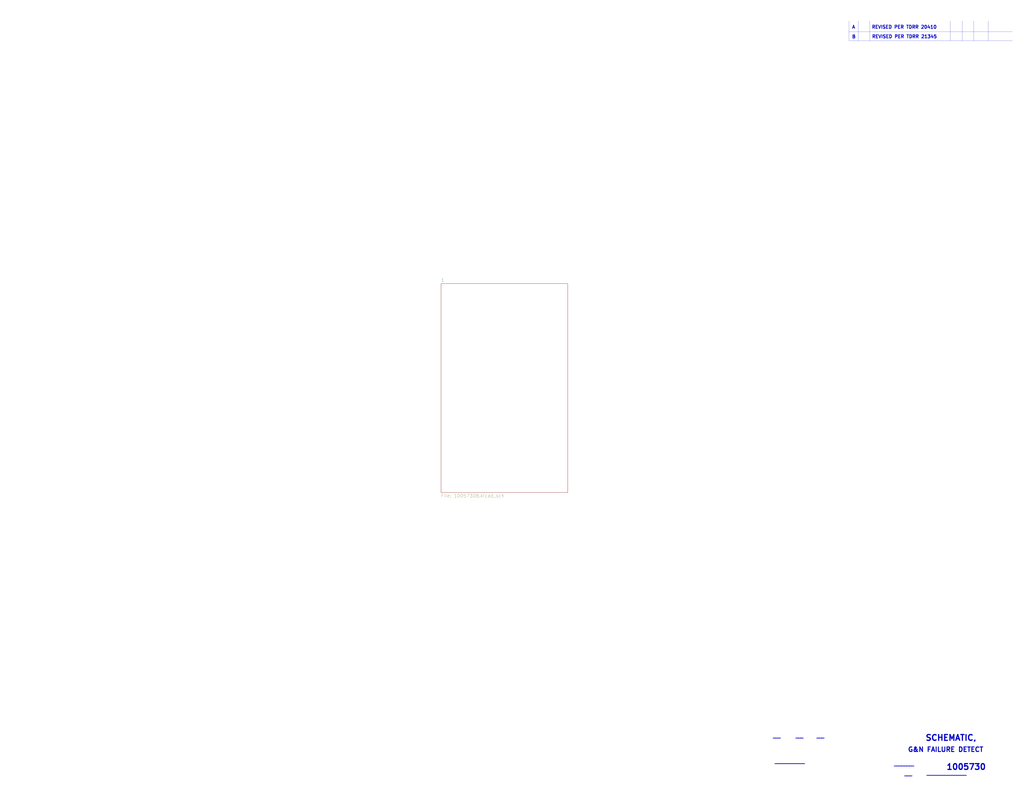
<source format=kicad_sch>
(kicad_sch (version 20211123) (generator eeschema)
  (paper "E")
  (lib_symbols)
  (polyline (pts (xy 926.592 44.45) (xy 1104.9 44.45)) (stroke (width 0) (type solid)))
  (polyline (pts (xy 1062.609 22.987) (xy 1062.609 44.45)) (stroke (width 0) (type solid)))
  (polyline (pts (xy 949.071 22.987) (xy 949.071 44.45)) (stroke (width 0) (type solid)))
  (polyline (pts (xy 1078.484 22.987) (xy 1078.484 44.45)) (stroke (width 0) (type solid)))
  (polyline (pts (xy 1050.163 22.987) (xy 1050.163 44.45)) (stroke (width 0) (type solid)))
  (polyline (pts (xy 1037.082 22.987) (xy 1037.082 44.45)) (stroke (width 0) (type solid)))
  (polyline (pts (xy 926.592 22.987) (xy 926.592 44.45)) (stroke (width 0) (type solid)))
  (polyline (pts (xy 926.592 34.671) (xy 1104.9 34.671)) (stroke (width 0) (type solid)))
  (polyline (pts (xy 936.498 22.987) (xy 936.498 44.45)) (stroke (width 0) (type solid)))
  (text "___" (at 890.905 806.45 0) (effects (font (size 3.556 3.556) (thickness 0.7112) bold) (justify left bottom)))
  (text "____________" (at 845.185 834.39 0) (effects (font (size 3.556 3.556) (thickness 0.7112) bold) (justify left bottom)))
  (text "SCHEMATIC," (at 1009.65 809.625 0) (effects (font (size 6.35 6.35) (thickness 1.27) bold) (justify left bottom)))
  (text "___" (at 986.79 847.725 0) (effects (font (size 3.556 3.556) (thickness 0.7112) bold) (justify left bottom)))
  (text "A" (at 929.64 31.75 0) (effects (font (size 3.556 3.556) (thickness 0.7112) bold) (justify left bottom)))
  (text "B" (at 929.64 42.291 0) (effects (font (size 3.556 3.556) (thickness 0.7112) bold) (justify left bottom)))
  (text "G&N FAILURE DETECT" (at 990.6 821.69 0) (effects (font (size 5.08 5.08) (thickness 1.016) bold) (justify left bottom)))
  (text "___" (at 868.045 806.45 0) (effects (font (size 3.556 3.556) (thickness 0.7112) bold) (justify left bottom)))
  (text "REVISED PER TDRR 20410" (at 951.23 31.75 0) (effects (font (size 3.556 3.556) (thickness 0.7112) bold) (justify left bottom)))
  (text "1005730" (at 1032.51 841.375 0) (effects (font (size 6.35 6.35) (thickness 1.27) bold) (justify left bottom)))
  (text "________________" (at 1010.92 847.09 0) (effects (font (size 3.556 3.556) (thickness 0.7112) bold) (justify left bottom)))
  (text "________" (at 975.36 836.93 0) (effects (font (size 3.556 3.556) (thickness 0.7112) bold) (justify left bottom)))
  (text "REVISED PER TDRR 21345" (at 951.484 42.164 0) (effects (font (size 3.556 3.556) (thickness 0.7112) bold) (justify left bottom)))
  (text "___" (at 843.28 806.45 0) (effects (font (size 3.556 3.556) (thickness 0.7112) bold) (justify left bottom)))
  (sheet (at 481.33 309.88) (size 138.43 227.965)
    (property "Sheet name" "1" (at 481.33 308.0254 0) (effects (font (size 3.556 3.556)) (justify left bottom)))
    (property "Sheet file" "1005730B.kicad_sch" (at 481.33 539.344 0) (effects (font (size 3.556 3.556)) (justify left top)))
  )
)
</source>
